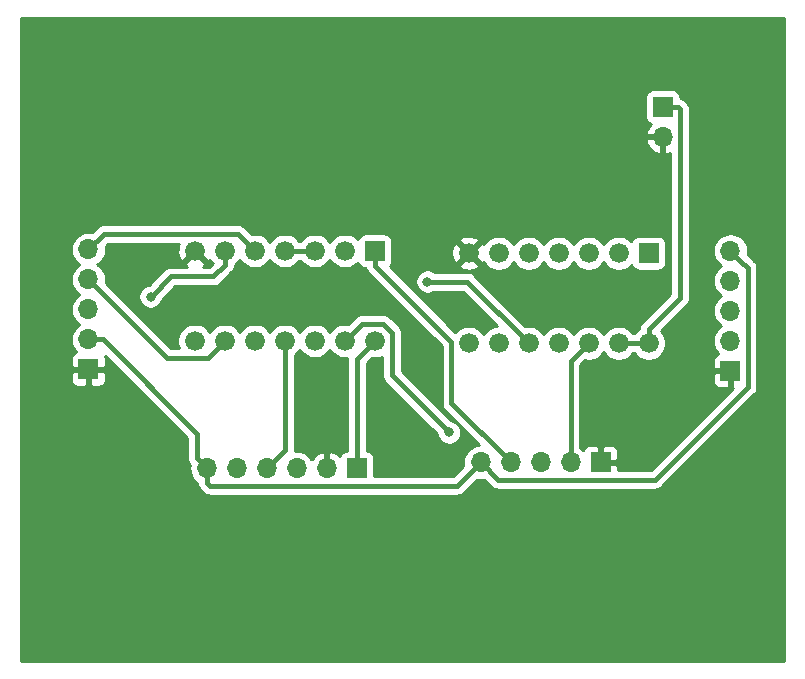
<source format=gbr>
G04 #@! TF.GenerationSoftware,KiCad,Pcbnew,(5.1.0)-1*
G04 #@! TF.CreationDate,2019-05-22T20:45:13-07:00*
G04 #@! TF.ProjectId,CC_Interconnect,43435f49-6e74-4657-9263-6f6e6e656374,rev?*
G04 #@! TF.SameCoordinates,Original*
G04 #@! TF.FileFunction,Copper,L1,Top*
G04 #@! TF.FilePolarity,Positive*
%FSLAX46Y46*%
G04 Gerber Fmt 4.6, Leading zero omitted, Abs format (unit mm)*
G04 Created by KiCad (PCBNEW (5.1.0)-1) date 2019-05-22 20:45:13*
%MOMM*%
%LPD*%
G04 APERTURE LIST*
%ADD10R,1.676400X1.676400*%
%ADD11C,1.676400*%
%ADD12O,1.700000X1.700000*%
%ADD13R,1.700000X1.700000*%
%ADD14C,0.800000*%
%ADD15C,0.406400*%
%ADD16C,0.254000*%
G04 APERTURE END LIST*
D10*
X117030500Y-73787000D03*
D11*
X114490500Y-73787000D03*
X111950500Y-73787000D03*
X109410500Y-73787000D03*
X106870500Y-73787000D03*
X104330500Y-73787000D03*
X101790500Y-73787000D03*
X101790500Y-81407000D03*
X104330500Y-81407000D03*
X106870500Y-81407000D03*
X109410500Y-81407000D03*
X111950500Y-81407000D03*
X114490500Y-81407000D03*
X117030500Y-81407000D03*
X140208000Y-81597500D03*
X137668000Y-81597500D03*
X135128000Y-81597500D03*
X132588000Y-81597500D03*
X130048000Y-81597500D03*
X127508000Y-81597500D03*
X124968000Y-81597500D03*
X124968000Y-73977500D03*
X127508000Y-73977500D03*
X130048000Y-73977500D03*
X132588000Y-73977500D03*
X135128000Y-73977500D03*
X137668000Y-73977500D03*
D10*
X140208000Y-73977500D03*
D12*
X102806500Y-92202000D03*
X105346500Y-92202000D03*
X107886500Y-92202000D03*
X110426500Y-92202000D03*
X112966500Y-92202000D03*
D13*
X115506500Y-92202000D03*
X136144000Y-91694000D03*
D12*
X133604000Y-91694000D03*
X131064000Y-91694000D03*
X128524000Y-91694000D03*
X125984000Y-91694000D03*
D13*
X147129500Y-83947000D03*
D12*
X147129500Y-81407000D03*
X147129500Y-78867000D03*
X147129500Y-76327000D03*
X147129500Y-73787000D03*
X92773500Y-73660000D03*
X92773500Y-76200000D03*
X92773500Y-78740000D03*
X92773500Y-81280000D03*
D13*
X92773500Y-83820000D03*
X141414500Y-61595000D03*
D12*
X141414500Y-64135000D03*
D14*
X123317000Y-89154000D03*
X121475500Y-76390500D03*
X98044000Y-77660500D03*
D15*
X133604000Y-83121500D02*
X135128000Y-81597500D01*
X133604000Y-91694000D02*
X133604000Y-83121500D01*
X118478301Y-84315301D02*
X123317000Y-89154000D01*
X118478301Y-80712055D02*
X118478301Y-84315301D01*
X117725445Y-79959199D02*
X118478301Y-80712055D01*
X114490500Y-81407000D02*
X115938301Y-79959199D01*
X115938301Y-79959199D02*
X117725445Y-79959199D01*
X117030500Y-75031600D02*
X117030500Y-73787000D01*
X123520199Y-81521299D02*
X117030500Y-75031600D01*
X123520199Y-86690199D02*
X123520199Y-81521299D01*
X128524000Y-91694000D02*
X123520199Y-86690199D01*
X93975581Y-81280000D02*
X92773500Y-81280000D01*
X101956501Y-89260920D02*
X93975581Y-81280000D01*
X101956501Y-91352001D02*
X101956501Y-89260920D01*
X102806500Y-92202000D02*
X101956501Y-91352001D01*
X125134001Y-92543999D02*
X125984000Y-91694000D01*
X124016399Y-93661601D02*
X125134001Y-92543999D01*
X103064020Y-93661601D02*
X124016399Y-93661601D01*
X102806500Y-93404081D02*
X103064020Y-93661601D01*
X102806500Y-92202000D02*
X102806500Y-93404081D01*
X147979499Y-74636999D02*
X147129500Y-73787000D01*
X148589101Y-75246601D02*
X147979499Y-74636999D01*
X148589101Y-85284681D02*
X148589101Y-75246601D01*
X140720181Y-93153601D02*
X148589101Y-85284681D01*
X127443601Y-93153601D02*
X140720181Y-93153601D01*
X125984000Y-91694000D02*
X127443601Y-93153601D01*
X106032301Y-72948801D02*
X106870500Y-73787000D01*
X105422699Y-72339199D02*
X106032301Y-72948801D01*
X94094301Y-72339199D02*
X105422699Y-72339199D01*
X92773500Y-73660000D02*
X94094301Y-72339199D01*
X103492301Y-82245199D02*
X104330500Y-81407000D01*
X102882699Y-82854801D02*
X103492301Y-82245199D01*
X99428301Y-82854801D02*
X102882699Y-82854801D01*
X92773500Y-76200000D02*
X99428301Y-82854801D01*
X130048000Y-81597500D02*
X124841000Y-76390500D01*
X124841000Y-76390500D02*
X121475500Y-76390500D01*
X142670900Y-61595000D02*
X141414500Y-61595000D01*
X142874101Y-61798201D02*
X142670900Y-61595000D01*
X142874101Y-77746006D02*
X142874101Y-61798201D01*
X140208000Y-80412107D02*
X142874101Y-77746006D01*
X140208000Y-81597500D02*
X140208000Y-80412107D01*
X115506500Y-82931000D02*
X117030500Y-81407000D01*
X115506500Y-92202000D02*
X115506500Y-82931000D01*
X137668000Y-81597500D02*
X140208000Y-81597500D01*
X111950500Y-73787000D02*
X109410500Y-73787000D01*
X104330500Y-74972393D02*
X103356893Y-75946000D01*
X104330500Y-73787000D02*
X104330500Y-74972393D01*
X103356893Y-75946000D02*
X99758500Y-75946000D01*
X99758500Y-75946000D02*
X98044000Y-77660500D01*
X109410500Y-90678000D02*
X109410500Y-81407000D01*
X107886500Y-92202000D02*
X109410500Y-90678000D01*
D16*
G36*
X151715001Y-108535000D02*
G01*
X87045000Y-108535000D01*
X87045000Y-84670000D01*
X91285428Y-84670000D01*
X91297688Y-84794482D01*
X91333998Y-84914180D01*
X91392963Y-85024494D01*
X91472315Y-85121185D01*
X91569006Y-85200537D01*
X91679320Y-85259502D01*
X91799018Y-85295812D01*
X91923500Y-85308072D01*
X92487750Y-85305000D01*
X92646500Y-85146250D01*
X92646500Y-83947000D01*
X92900500Y-83947000D01*
X92900500Y-85146250D01*
X93059250Y-85305000D01*
X93623500Y-85308072D01*
X93747982Y-85295812D01*
X93867680Y-85259502D01*
X93977994Y-85200537D01*
X94074685Y-85121185D01*
X94154037Y-85024494D01*
X94213002Y-84914180D01*
X94249312Y-84794482D01*
X94261572Y-84670000D01*
X94258500Y-84105750D01*
X94099750Y-83947000D01*
X92900500Y-83947000D01*
X92646500Y-83947000D01*
X91447250Y-83947000D01*
X91288500Y-84105750D01*
X91285428Y-84670000D01*
X87045000Y-84670000D01*
X87045000Y-73660000D01*
X91281315Y-73660000D01*
X91309987Y-73951111D01*
X91394901Y-74231034D01*
X91532794Y-74489014D01*
X91718366Y-74715134D01*
X91944486Y-74900706D01*
X91999291Y-74930000D01*
X91944486Y-74959294D01*
X91718366Y-75144866D01*
X91532794Y-75370986D01*
X91394901Y-75628966D01*
X91309987Y-75908889D01*
X91281315Y-76200000D01*
X91309987Y-76491111D01*
X91394901Y-76771034D01*
X91532794Y-77029014D01*
X91718366Y-77255134D01*
X91944486Y-77440706D01*
X91999291Y-77470000D01*
X91944486Y-77499294D01*
X91718366Y-77684866D01*
X91532794Y-77910986D01*
X91394901Y-78168966D01*
X91309987Y-78448889D01*
X91281315Y-78740000D01*
X91309987Y-79031111D01*
X91394901Y-79311034D01*
X91532794Y-79569014D01*
X91718366Y-79795134D01*
X91944486Y-79980706D01*
X91999291Y-80010000D01*
X91944486Y-80039294D01*
X91718366Y-80224866D01*
X91532794Y-80450986D01*
X91394901Y-80708966D01*
X91309987Y-80988889D01*
X91281315Y-81280000D01*
X91309987Y-81571111D01*
X91394901Y-81851034D01*
X91532794Y-82109014D01*
X91718366Y-82335134D01*
X91748187Y-82359607D01*
X91679320Y-82380498D01*
X91569006Y-82439463D01*
X91472315Y-82518815D01*
X91392963Y-82615506D01*
X91333998Y-82725820D01*
X91297688Y-82845518D01*
X91285428Y-82970000D01*
X91288500Y-83534250D01*
X91447250Y-83693000D01*
X92646500Y-83693000D01*
X92646500Y-83673000D01*
X92900500Y-83673000D01*
X92900500Y-83693000D01*
X94099750Y-83693000D01*
X94258500Y-83534250D01*
X94261572Y-82970000D01*
X94249312Y-82845518D01*
X94213002Y-82725820D01*
X94186584Y-82676396D01*
X101118302Y-89608115D01*
X101118301Y-91310838D01*
X101114247Y-91352001D01*
X101118301Y-91393164D01*
X101118301Y-91393170D01*
X101130430Y-91516316D01*
X101178359Y-91674317D01*
X101256192Y-91819932D01*
X101341685Y-91924106D01*
X101314315Y-92202000D01*
X101342987Y-92493111D01*
X101427901Y-92773034D01*
X101565794Y-93031014D01*
X101751366Y-93257134D01*
X101967220Y-93434281D01*
X101980429Y-93568396D01*
X102028358Y-93726397D01*
X102106191Y-93872012D01*
X102106192Y-93872013D01*
X102210937Y-93999645D01*
X102242913Y-94025887D01*
X102442209Y-94225183D01*
X102468456Y-94257165D01*
X102596088Y-94361910D01*
X102741703Y-94439743D01*
X102899704Y-94487672D01*
X103022850Y-94499801D01*
X103022859Y-94499801D01*
X103064019Y-94503855D01*
X103105179Y-94499801D01*
X123975236Y-94499801D01*
X124016399Y-94503855D01*
X124057562Y-94499801D01*
X124057569Y-94499801D01*
X124180715Y-94487672D01*
X124338716Y-94439743D01*
X124484331Y-94361910D01*
X124611963Y-94257165D01*
X124638210Y-94225183D01*
X125704716Y-93158678D01*
X125911050Y-93179000D01*
X126056950Y-93179000D01*
X126263285Y-93158678D01*
X126821790Y-93717183D01*
X126848037Y-93749165D01*
X126975669Y-93853910D01*
X127121284Y-93931743D01*
X127279285Y-93979672D01*
X127443601Y-93995856D01*
X127484771Y-93991801D01*
X140679018Y-93991801D01*
X140720181Y-93995855D01*
X140761344Y-93991801D01*
X140761351Y-93991801D01*
X140884497Y-93979672D01*
X141042498Y-93931743D01*
X141188113Y-93853910D01*
X141315745Y-93749165D01*
X141341992Y-93717183D01*
X149152690Y-85906486D01*
X149184665Y-85880245D01*
X149289410Y-85752613D01*
X149367243Y-85606998D01*
X149415172Y-85448997D01*
X149427301Y-85325851D01*
X149427301Y-85325842D01*
X149431355Y-85284682D01*
X149427301Y-85243522D01*
X149427301Y-75287760D01*
X149431355Y-75246600D01*
X149427301Y-75205440D01*
X149427301Y-75205431D01*
X149415172Y-75082285D01*
X149367243Y-74924284D01*
X149289410Y-74778669D01*
X149184665Y-74651037D01*
X149152688Y-74624794D01*
X148601311Y-74073418D01*
X148601307Y-74073413D01*
X148594178Y-74066284D01*
X148621685Y-73787000D01*
X148593013Y-73495889D01*
X148508099Y-73215966D01*
X148370206Y-72957986D01*
X148184634Y-72731866D01*
X147958514Y-72546294D01*
X147700534Y-72408401D01*
X147420611Y-72323487D01*
X147202450Y-72302000D01*
X147056550Y-72302000D01*
X146838389Y-72323487D01*
X146558466Y-72408401D01*
X146300486Y-72546294D01*
X146074366Y-72731866D01*
X145888794Y-72957986D01*
X145750901Y-73215966D01*
X145665987Y-73495889D01*
X145637315Y-73787000D01*
X145665987Y-74078111D01*
X145750901Y-74358034D01*
X145888794Y-74616014D01*
X146074366Y-74842134D01*
X146300486Y-75027706D01*
X146355291Y-75057000D01*
X146300486Y-75086294D01*
X146074366Y-75271866D01*
X145888794Y-75497986D01*
X145750901Y-75755966D01*
X145665987Y-76035889D01*
X145637315Y-76327000D01*
X145665987Y-76618111D01*
X145750901Y-76898034D01*
X145888794Y-77156014D01*
X146074366Y-77382134D01*
X146300486Y-77567706D01*
X146355291Y-77597000D01*
X146300486Y-77626294D01*
X146074366Y-77811866D01*
X145888794Y-78037986D01*
X145750901Y-78295966D01*
X145665987Y-78575889D01*
X145637315Y-78867000D01*
X145665987Y-79158111D01*
X145750901Y-79438034D01*
X145888794Y-79696014D01*
X146074366Y-79922134D01*
X146300486Y-80107706D01*
X146355291Y-80137000D01*
X146300486Y-80166294D01*
X146074366Y-80351866D01*
X145888794Y-80577986D01*
X145750901Y-80835966D01*
X145665987Y-81115889D01*
X145637315Y-81407000D01*
X145665987Y-81698111D01*
X145750901Y-81978034D01*
X145888794Y-82236014D01*
X146074366Y-82462134D01*
X146104187Y-82486607D01*
X146035320Y-82507498D01*
X145925006Y-82566463D01*
X145828315Y-82645815D01*
X145748963Y-82742506D01*
X145689998Y-82852820D01*
X145653688Y-82972518D01*
X145641428Y-83097000D01*
X145644500Y-83661250D01*
X145803250Y-83820000D01*
X147002500Y-83820000D01*
X147002500Y-83800000D01*
X147256500Y-83800000D01*
X147256500Y-83820000D01*
X147276500Y-83820000D01*
X147276500Y-84074000D01*
X147256500Y-84074000D01*
X147256500Y-85273250D01*
X147335819Y-85352569D01*
X140372988Y-92315401D01*
X137630827Y-92315401D01*
X137629000Y-91979750D01*
X137470250Y-91821000D01*
X136271000Y-91821000D01*
X136271000Y-91841000D01*
X136017000Y-91841000D01*
X136017000Y-91821000D01*
X135997000Y-91821000D01*
X135997000Y-91567000D01*
X136017000Y-91567000D01*
X136017000Y-90367750D01*
X136271000Y-90367750D01*
X136271000Y-91567000D01*
X137470250Y-91567000D01*
X137629000Y-91408250D01*
X137632072Y-90844000D01*
X137619812Y-90719518D01*
X137583502Y-90599820D01*
X137524537Y-90489506D01*
X137445185Y-90392815D01*
X137348494Y-90313463D01*
X137238180Y-90254498D01*
X137118482Y-90218188D01*
X136994000Y-90205928D01*
X136429750Y-90209000D01*
X136271000Y-90367750D01*
X136017000Y-90367750D01*
X135858250Y-90209000D01*
X135294000Y-90205928D01*
X135169518Y-90218188D01*
X135049820Y-90254498D01*
X134939506Y-90313463D01*
X134842815Y-90392815D01*
X134763463Y-90489506D01*
X134704498Y-90599820D01*
X134683607Y-90668687D01*
X134659134Y-90638866D01*
X134442200Y-90460833D01*
X134442200Y-84797000D01*
X145641428Y-84797000D01*
X145653688Y-84921482D01*
X145689998Y-85041180D01*
X145748963Y-85151494D01*
X145828315Y-85248185D01*
X145925006Y-85327537D01*
X146035320Y-85386502D01*
X146155018Y-85422812D01*
X146279500Y-85435072D01*
X146843750Y-85432000D01*
X147002500Y-85273250D01*
X147002500Y-84074000D01*
X145803250Y-84074000D01*
X145644500Y-84232750D01*
X145641428Y-84797000D01*
X134442200Y-84797000D01*
X134442200Y-83468693D01*
X134863870Y-83047023D01*
X134982902Y-83070700D01*
X135273098Y-83070700D01*
X135557717Y-83014086D01*
X135825822Y-82903033D01*
X136067110Y-82741809D01*
X136272309Y-82536610D01*
X136398000Y-82348501D01*
X136523691Y-82536610D01*
X136728890Y-82741809D01*
X136970178Y-82903033D01*
X137238283Y-83014086D01*
X137522902Y-83070700D01*
X137813098Y-83070700D01*
X138097717Y-83014086D01*
X138365822Y-82903033D01*
X138607110Y-82741809D01*
X138812309Y-82536610D01*
X138879735Y-82435700D01*
X138996265Y-82435700D01*
X139063691Y-82536610D01*
X139268890Y-82741809D01*
X139510178Y-82903033D01*
X139778283Y-83014086D01*
X140062902Y-83070700D01*
X140353098Y-83070700D01*
X140637717Y-83014086D01*
X140905822Y-82903033D01*
X141147110Y-82741809D01*
X141352309Y-82536610D01*
X141513533Y-82295322D01*
X141624586Y-82027217D01*
X141681200Y-81742598D01*
X141681200Y-81452402D01*
X141624586Y-81167783D01*
X141513533Y-80899678D01*
X141352309Y-80658390D01*
X141249710Y-80555791D01*
X143437690Y-78367811D01*
X143469665Y-78341570D01*
X143507092Y-78295966D01*
X143574410Y-78213938D01*
X143598448Y-78168966D01*
X143652243Y-78068323D01*
X143700172Y-77910322D01*
X143712301Y-77787176D01*
X143712301Y-77787167D01*
X143716355Y-77746007D01*
X143712301Y-77704847D01*
X143712301Y-61839364D01*
X143716355Y-61798201D01*
X143712301Y-61757038D01*
X143712301Y-61757031D01*
X143700172Y-61633885D01*
X143652243Y-61475884D01*
X143574410Y-61330269D01*
X143469665Y-61202637D01*
X143437683Y-61176390D01*
X143292711Y-61031418D01*
X143266464Y-60999436D01*
X143138832Y-60894691D01*
X142993217Y-60816858D01*
X142902572Y-60789361D01*
X142902572Y-60745000D01*
X142890312Y-60620518D01*
X142854002Y-60500820D01*
X142795037Y-60390506D01*
X142715685Y-60293815D01*
X142618994Y-60214463D01*
X142508680Y-60155498D01*
X142388982Y-60119188D01*
X142264500Y-60106928D01*
X140564500Y-60106928D01*
X140440018Y-60119188D01*
X140320320Y-60155498D01*
X140210006Y-60214463D01*
X140113315Y-60293815D01*
X140033963Y-60390506D01*
X139974998Y-60500820D01*
X139938688Y-60620518D01*
X139926428Y-60745000D01*
X139926428Y-62445000D01*
X139938688Y-62569482D01*
X139974998Y-62689180D01*
X140033963Y-62799494D01*
X140113315Y-62896185D01*
X140210006Y-62975537D01*
X140320320Y-63034502D01*
X140400966Y-63058966D01*
X140316912Y-63134731D01*
X140142859Y-63368080D01*
X140017675Y-63630901D01*
X139973024Y-63778110D01*
X140094345Y-64008000D01*
X141287500Y-64008000D01*
X141287500Y-63988000D01*
X141541500Y-63988000D01*
X141541500Y-64008000D01*
X141561500Y-64008000D01*
X141561500Y-64262000D01*
X141541500Y-64262000D01*
X141541500Y-65455814D01*
X141771391Y-65576481D01*
X142035902Y-65482651D01*
X142035901Y-77398812D01*
X139644413Y-79790301D01*
X139612437Y-79816543D01*
X139586195Y-79848519D01*
X139586192Y-79848522D01*
X139507691Y-79944176D01*
X139429858Y-80089791D01*
X139381929Y-80247792D01*
X139368238Y-80386809D01*
X139268890Y-80453191D01*
X139063691Y-80658390D01*
X138996265Y-80759300D01*
X138879735Y-80759300D01*
X138812309Y-80658390D01*
X138607110Y-80453191D01*
X138365822Y-80291967D01*
X138097717Y-80180914D01*
X137813098Y-80124300D01*
X137522902Y-80124300D01*
X137238283Y-80180914D01*
X136970178Y-80291967D01*
X136728890Y-80453191D01*
X136523691Y-80658390D01*
X136398000Y-80846499D01*
X136272309Y-80658390D01*
X136067110Y-80453191D01*
X135825822Y-80291967D01*
X135557717Y-80180914D01*
X135273098Y-80124300D01*
X134982902Y-80124300D01*
X134698283Y-80180914D01*
X134430178Y-80291967D01*
X134188890Y-80453191D01*
X133983691Y-80658390D01*
X133858000Y-80846499D01*
X133732309Y-80658390D01*
X133527110Y-80453191D01*
X133285822Y-80291967D01*
X133017717Y-80180914D01*
X132733098Y-80124300D01*
X132442902Y-80124300D01*
X132158283Y-80180914D01*
X131890178Y-80291967D01*
X131648890Y-80453191D01*
X131443691Y-80658390D01*
X131318000Y-80846499D01*
X131192309Y-80658390D01*
X130987110Y-80453191D01*
X130745822Y-80291967D01*
X130477717Y-80180914D01*
X130193098Y-80124300D01*
X129902902Y-80124300D01*
X129783871Y-80147977D01*
X125462811Y-75826918D01*
X125436564Y-75794936D01*
X125308932Y-75690191D01*
X125163317Y-75612358D01*
X125005316Y-75564429D01*
X124882170Y-75552300D01*
X124882163Y-75552300D01*
X124841000Y-75548246D01*
X124799837Y-75552300D01*
X122083996Y-75552300D01*
X121965756Y-75473295D01*
X121777398Y-75395274D01*
X121577439Y-75355500D01*
X121373561Y-75355500D01*
X121173602Y-75395274D01*
X120985244Y-75473295D01*
X120815726Y-75586563D01*
X120671563Y-75730726D01*
X120558295Y-75900244D01*
X120480274Y-76088602D01*
X120440500Y-76288561D01*
X120440500Y-76492439D01*
X120480274Y-76692398D01*
X120558295Y-76880756D01*
X120671563Y-77050274D01*
X120815726Y-77194437D01*
X120985244Y-77307705D01*
X121173602Y-77385726D01*
X121373561Y-77425500D01*
X121577439Y-77425500D01*
X121777398Y-77385726D01*
X121965756Y-77307705D01*
X122083996Y-77228700D01*
X124493807Y-77228700D01*
X127389406Y-80124300D01*
X127362902Y-80124300D01*
X127078283Y-80180914D01*
X126810178Y-80291967D01*
X126568890Y-80453191D01*
X126363691Y-80658390D01*
X126238000Y-80846499D01*
X126112309Y-80658390D01*
X125907110Y-80453191D01*
X125665822Y-80291967D01*
X125397717Y-80180914D01*
X125113098Y-80124300D01*
X124822902Y-80124300D01*
X124538283Y-80180914D01*
X124270178Y-80291967D01*
X124028890Y-80453191D01*
X123833187Y-80648894D01*
X118287366Y-75103073D01*
X118319885Y-75076385D01*
X118384644Y-74997475D01*
X124127630Y-74997475D01*
X124203838Y-75245344D01*
X124465865Y-75370063D01*
X124747189Y-75441268D01*
X125036999Y-75456219D01*
X125324157Y-75414345D01*
X125597628Y-75317254D01*
X125732162Y-75245344D01*
X125808370Y-74997475D01*
X124968000Y-74157105D01*
X124127630Y-74997475D01*
X118384644Y-74997475D01*
X118399237Y-74979694D01*
X118458202Y-74869380D01*
X118494512Y-74749682D01*
X118506772Y-74625200D01*
X118506772Y-74046499D01*
X123489281Y-74046499D01*
X123531155Y-74333657D01*
X123628246Y-74607128D01*
X123700156Y-74741662D01*
X123948025Y-74817870D01*
X124788395Y-73977500D01*
X125147605Y-73977500D01*
X125987975Y-74817870D01*
X126235844Y-74741662D01*
X126240399Y-74732092D01*
X126363691Y-74916610D01*
X126568890Y-75121809D01*
X126810178Y-75283033D01*
X127078283Y-75394086D01*
X127362902Y-75450700D01*
X127653098Y-75450700D01*
X127937717Y-75394086D01*
X128205822Y-75283033D01*
X128447110Y-75121809D01*
X128652309Y-74916610D01*
X128778000Y-74728501D01*
X128903691Y-74916610D01*
X129108890Y-75121809D01*
X129350178Y-75283033D01*
X129618283Y-75394086D01*
X129902902Y-75450700D01*
X130193098Y-75450700D01*
X130477717Y-75394086D01*
X130745822Y-75283033D01*
X130987110Y-75121809D01*
X131192309Y-74916610D01*
X131318000Y-74728501D01*
X131443691Y-74916610D01*
X131648890Y-75121809D01*
X131890178Y-75283033D01*
X132158283Y-75394086D01*
X132442902Y-75450700D01*
X132733098Y-75450700D01*
X133017717Y-75394086D01*
X133285822Y-75283033D01*
X133527110Y-75121809D01*
X133732309Y-74916610D01*
X133858000Y-74728501D01*
X133983691Y-74916610D01*
X134188890Y-75121809D01*
X134430178Y-75283033D01*
X134698283Y-75394086D01*
X134982902Y-75450700D01*
X135273098Y-75450700D01*
X135557717Y-75394086D01*
X135825822Y-75283033D01*
X136067110Y-75121809D01*
X136272309Y-74916610D01*
X136398000Y-74728501D01*
X136523691Y-74916610D01*
X136728890Y-75121809D01*
X136970178Y-75283033D01*
X137238283Y-75394086D01*
X137522902Y-75450700D01*
X137813098Y-75450700D01*
X138097717Y-75394086D01*
X138365822Y-75283033D01*
X138607110Y-75121809D01*
X138754403Y-74974516D01*
X138780298Y-75059880D01*
X138839263Y-75170194D01*
X138918615Y-75266885D01*
X139015306Y-75346237D01*
X139125620Y-75405202D01*
X139245318Y-75441512D01*
X139369800Y-75453772D01*
X141046200Y-75453772D01*
X141170682Y-75441512D01*
X141290380Y-75405202D01*
X141400694Y-75346237D01*
X141497385Y-75266885D01*
X141576737Y-75170194D01*
X141635702Y-75059880D01*
X141672012Y-74940182D01*
X141684272Y-74815700D01*
X141684272Y-73139300D01*
X141672012Y-73014818D01*
X141635702Y-72895120D01*
X141576737Y-72784806D01*
X141497385Y-72688115D01*
X141400694Y-72608763D01*
X141290380Y-72549798D01*
X141170682Y-72513488D01*
X141046200Y-72501228D01*
X139369800Y-72501228D01*
X139245318Y-72513488D01*
X139125620Y-72549798D01*
X139015306Y-72608763D01*
X138918615Y-72688115D01*
X138839263Y-72784806D01*
X138780298Y-72895120D01*
X138754403Y-72980484D01*
X138607110Y-72833191D01*
X138365822Y-72671967D01*
X138097717Y-72560914D01*
X137813098Y-72504300D01*
X137522902Y-72504300D01*
X137238283Y-72560914D01*
X136970178Y-72671967D01*
X136728890Y-72833191D01*
X136523691Y-73038390D01*
X136398000Y-73226499D01*
X136272309Y-73038390D01*
X136067110Y-72833191D01*
X135825822Y-72671967D01*
X135557717Y-72560914D01*
X135273098Y-72504300D01*
X134982902Y-72504300D01*
X134698283Y-72560914D01*
X134430178Y-72671967D01*
X134188890Y-72833191D01*
X133983691Y-73038390D01*
X133858000Y-73226499D01*
X133732309Y-73038390D01*
X133527110Y-72833191D01*
X133285822Y-72671967D01*
X133017717Y-72560914D01*
X132733098Y-72504300D01*
X132442902Y-72504300D01*
X132158283Y-72560914D01*
X131890178Y-72671967D01*
X131648890Y-72833191D01*
X131443691Y-73038390D01*
X131318000Y-73226499D01*
X131192309Y-73038390D01*
X130987110Y-72833191D01*
X130745822Y-72671967D01*
X130477717Y-72560914D01*
X130193098Y-72504300D01*
X129902902Y-72504300D01*
X129618283Y-72560914D01*
X129350178Y-72671967D01*
X129108890Y-72833191D01*
X128903691Y-73038390D01*
X128778000Y-73226499D01*
X128652309Y-73038390D01*
X128447110Y-72833191D01*
X128205822Y-72671967D01*
X127937717Y-72560914D01*
X127653098Y-72504300D01*
X127362902Y-72504300D01*
X127078283Y-72560914D01*
X126810178Y-72671967D01*
X126568890Y-72833191D01*
X126363691Y-73038390D01*
X126240711Y-73222443D01*
X126235844Y-73213338D01*
X125987975Y-73137130D01*
X125147605Y-73977500D01*
X124788395Y-73977500D01*
X123948025Y-73137130D01*
X123700156Y-73213338D01*
X123575437Y-73475365D01*
X123504232Y-73756689D01*
X123489281Y-74046499D01*
X118506772Y-74046499D01*
X118506772Y-72957525D01*
X124127630Y-72957525D01*
X124968000Y-73797895D01*
X125808370Y-72957525D01*
X125732162Y-72709656D01*
X125470135Y-72584937D01*
X125188811Y-72513732D01*
X124899001Y-72498781D01*
X124611843Y-72540655D01*
X124338372Y-72637746D01*
X124203838Y-72709656D01*
X124127630Y-72957525D01*
X118506772Y-72957525D01*
X118506772Y-72948800D01*
X118494512Y-72824318D01*
X118458202Y-72704620D01*
X118399237Y-72594306D01*
X118319885Y-72497615D01*
X118223194Y-72418263D01*
X118112880Y-72359298D01*
X117993182Y-72322988D01*
X117868700Y-72310728D01*
X116192300Y-72310728D01*
X116067818Y-72322988D01*
X115948120Y-72359298D01*
X115837806Y-72418263D01*
X115741115Y-72497615D01*
X115661763Y-72594306D01*
X115602798Y-72704620D01*
X115576903Y-72789984D01*
X115429610Y-72642691D01*
X115188322Y-72481467D01*
X114920217Y-72370414D01*
X114635598Y-72313800D01*
X114345402Y-72313800D01*
X114060783Y-72370414D01*
X113792678Y-72481467D01*
X113551390Y-72642691D01*
X113346191Y-72847890D01*
X113220500Y-73035999D01*
X113094809Y-72847890D01*
X112889610Y-72642691D01*
X112648322Y-72481467D01*
X112380217Y-72370414D01*
X112095598Y-72313800D01*
X111805402Y-72313800D01*
X111520783Y-72370414D01*
X111252678Y-72481467D01*
X111011390Y-72642691D01*
X110806191Y-72847890D01*
X110738765Y-72948800D01*
X110622235Y-72948800D01*
X110554809Y-72847890D01*
X110349610Y-72642691D01*
X110108322Y-72481467D01*
X109840217Y-72370414D01*
X109555598Y-72313800D01*
X109265402Y-72313800D01*
X108980783Y-72370414D01*
X108712678Y-72481467D01*
X108471390Y-72642691D01*
X108266191Y-72847890D01*
X108140500Y-73035999D01*
X108014809Y-72847890D01*
X107809610Y-72642691D01*
X107568322Y-72481467D01*
X107300217Y-72370414D01*
X107015598Y-72313800D01*
X106725402Y-72313800D01*
X106606371Y-72337477D01*
X106044509Y-71775616D01*
X106018263Y-71743635D01*
X105890631Y-71638890D01*
X105745016Y-71561057D01*
X105587015Y-71513128D01*
X105463869Y-71500999D01*
X105463862Y-71500999D01*
X105422699Y-71496945D01*
X105381536Y-71500999D01*
X94135464Y-71500999D01*
X94094301Y-71496945D01*
X94053138Y-71500999D01*
X94053131Y-71500999D01*
X93929985Y-71513128D01*
X93771984Y-71561057D01*
X93626369Y-71638890D01*
X93498737Y-71743635D01*
X93472494Y-71775612D01*
X93052784Y-72195322D01*
X92846450Y-72175000D01*
X92700550Y-72175000D01*
X92482389Y-72196487D01*
X92202466Y-72281401D01*
X91944486Y-72419294D01*
X91718366Y-72604866D01*
X91532794Y-72830986D01*
X91394901Y-73088966D01*
X91309987Y-73368889D01*
X91281315Y-73660000D01*
X87045000Y-73660000D01*
X87045000Y-64491890D01*
X139973024Y-64491890D01*
X140017675Y-64639099D01*
X140142859Y-64901920D01*
X140316912Y-65135269D01*
X140533145Y-65330178D01*
X140783248Y-65479157D01*
X141057609Y-65576481D01*
X141287500Y-65455814D01*
X141287500Y-64262000D01*
X140094345Y-64262000D01*
X139973024Y-64491890D01*
X87045000Y-64491890D01*
X87045000Y-54025000D01*
X151715000Y-54025000D01*
X151715001Y-108535000D01*
X151715001Y-108535000D01*
G37*
X151715001Y-108535000D02*
X87045000Y-108535000D01*
X87045000Y-84670000D01*
X91285428Y-84670000D01*
X91297688Y-84794482D01*
X91333998Y-84914180D01*
X91392963Y-85024494D01*
X91472315Y-85121185D01*
X91569006Y-85200537D01*
X91679320Y-85259502D01*
X91799018Y-85295812D01*
X91923500Y-85308072D01*
X92487750Y-85305000D01*
X92646500Y-85146250D01*
X92646500Y-83947000D01*
X92900500Y-83947000D01*
X92900500Y-85146250D01*
X93059250Y-85305000D01*
X93623500Y-85308072D01*
X93747982Y-85295812D01*
X93867680Y-85259502D01*
X93977994Y-85200537D01*
X94074685Y-85121185D01*
X94154037Y-85024494D01*
X94213002Y-84914180D01*
X94249312Y-84794482D01*
X94261572Y-84670000D01*
X94258500Y-84105750D01*
X94099750Y-83947000D01*
X92900500Y-83947000D01*
X92646500Y-83947000D01*
X91447250Y-83947000D01*
X91288500Y-84105750D01*
X91285428Y-84670000D01*
X87045000Y-84670000D01*
X87045000Y-73660000D01*
X91281315Y-73660000D01*
X91309987Y-73951111D01*
X91394901Y-74231034D01*
X91532794Y-74489014D01*
X91718366Y-74715134D01*
X91944486Y-74900706D01*
X91999291Y-74930000D01*
X91944486Y-74959294D01*
X91718366Y-75144866D01*
X91532794Y-75370986D01*
X91394901Y-75628966D01*
X91309987Y-75908889D01*
X91281315Y-76200000D01*
X91309987Y-76491111D01*
X91394901Y-76771034D01*
X91532794Y-77029014D01*
X91718366Y-77255134D01*
X91944486Y-77440706D01*
X91999291Y-77470000D01*
X91944486Y-77499294D01*
X91718366Y-77684866D01*
X91532794Y-77910986D01*
X91394901Y-78168966D01*
X91309987Y-78448889D01*
X91281315Y-78740000D01*
X91309987Y-79031111D01*
X91394901Y-79311034D01*
X91532794Y-79569014D01*
X91718366Y-79795134D01*
X91944486Y-79980706D01*
X91999291Y-80010000D01*
X91944486Y-80039294D01*
X91718366Y-80224866D01*
X91532794Y-80450986D01*
X91394901Y-80708966D01*
X91309987Y-80988889D01*
X91281315Y-81280000D01*
X91309987Y-81571111D01*
X91394901Y-81851034D01*
X91532794Y-82109014D01*
X91718366Y-82335134D01*
X91748187Y-82359607D01*
X91679320Y-82380498D01*
X91569006Y-82439463D01*
X91472315Y-82518815D01*
X91392963Y-82615506D01*
X91333998Y-82725820D01*
X91297688Y-82845518D01*
X91285428Y-82970000D01*
X91288500Y-83534250D01*
X91447250Y-83693000D01*
X92646500Y-83693000D01*
X92646500Y-83673000D01*
X92900500Y-83673000D01*
X92900500Y-83693000D01*
X94099750Y-83693000D01*
X94258500Y-83534250D01*
X94261572Y-82970000D01*
X94249312Y-82845518D01*
X94213002Y-82725820D01*
X94186584Y-82676396D01*
X101118302Y-89608115D01*
X101118301Y-91310838D01*
X101114247Y-91352001D01*
X101118301Y-91393164D01*
X101118301Y-91393170D01*
X101130430Y-91516316D01*
X101178359Y-91674317D01*
X101256192Y-91819932D01*
X101341685Y-91924106D01*
X101314315Y-92202000D01*
X101342987Y-92493111D01*
X101427901Y-92773034D01*
X101565794Y-93031014D01*
X101751366Y-93257134D01*
X101967220Y-93434281D01*
X101980429Y-93568396D01*
X102028358Y-93726397D01*
X102106191Y-93872012D01*
X102106192Y-93872013D01*
X102210937Y-93999645D01*
X102242913Y-94025887D01*
X102442209Y-94225183D01*
X102468456Y-94257165D01*
X102596088Y-94361910D01*
X102741703Y-94439743D01*
X102899704Y-94487672D01*
X103022850Y-94499801D01*
X103022859Y-94499801D01*
X103064019Y-94503855D01*
X103105179Y-94499801D01*
X123975236Y-94499801D01*
X124016399Y-94503855D01*
X124057562Y-94499801D01*
X124057569Y-94499801D01*
X124180715Y-94487672D01*
X124338716Y-94439743D01*
X124484331Y-94361910D01*
X124611963Y-94257165D01*
X124638210Y-94225183D01*
X125704716Y-93158678D01*
X125911050Y-93179000D01*
X126056950Y-93179000D01*
X126263285Y-93158678D01*
X126821790Y-93717183D01*
X126848037Y-93749165D01*
X126975669Y-93853910D01*
X127121284Y-93931743D01*
X127279285Y-93979672D01*
X127443601Y-93995856D01*
X127484771Y-93991801D01*
X140679018Y-93991801D01*
X140720181Y-93995855D01*
X140761344Y-93991801D01*
X140761351Y-93991801D01*
X140884497Y-93979672D01*
X141042498Y-93931743D01*
X141188113Y-93853910D01*
X141315745Y-93749165D01*
X141341992Y-93717183D01*
X149152690Y-85906486D01*
X149184665Y-85880245D01*
X149289410Y-85752613D01*
X149367243Y-85606998D01*
X149415172Y-85448997D01*
X149427301Y-85325851D01*
X149427301Y-85325842D01*
X149431355Y-85284682D01*
X149427301Y-85243522D01*
X149427301Y-75287760D01*
X149431355Y-75246600D01*
X149427301Y-75205440D01*
X149427301Y-75205431D01*
X149415172Y-75082285D01*
X149367243Y-74924284D01*
X149289410Y-74778669D01*
X149184665Y-74651037D01*
X149152688Y-74624794D01*
X148601311Y-74073418D01*
X148601307Y-74073413D01*
X148594178Y-74066284D01*
X148621685Y-73787000D01*
X148593013Y-73495889D01*
X148508099Y-73215966D01*
X148370206Y-72957986D01*
X148184634Y-72731866D01*
X147958514Y-72546294D01*
X147700534Y-72408401D01*
X147420611Y-72323487D01*
X147202450Y-72302000D01*
X147056550Y-72302000D01*
X146838389Y-72323487D01*
X146558466Y-72408401D01*
X146300486Y-72546294D01*
X146074366Y-72731866D01*
X145888794Y-72957986D01*
X145750901Y-73215966D01*
X145665987Y-73495889D01*
X145637315Y-73787000D01*
X145665987Y-74078111D01*
X145750901Y-74358034D01*
X145888794Y-74616014D01*
X146074366Y-74842134D01*
X146300486Y-75027706D01*
X146355291Y-75057000D01*
X146300486Y-75086294D01*
X146074366Y-75271866D01*
X145888794Y-75497986D01*
X145750901Y-75755966D01*
X145665987Y-76035889D01*
X145637315Y-76327000D01*
X145665987Y-76618111D01*
X145750901Y-76898034D01*
X145888794Y-77156014D01*
X146074366Y-77382134D01*
X146300486Y-77567706D01*
X146355291Y-77597000D01*
X146300486Y-77626294D01*
X146074366Y-77811866D01*
X145888794Y-78037986D01*
X145750901Y-78295966D01*
X145665987Y-78575889D01*
X145637315Y-78867000D01*
X145665987Y-79158111D01*
X145750901Y-79438034D01*
X145888794Y-79696014D01*
X146074366Y-79922134D01*
X146300486Y-80107706D01*
X146355291Y-80137000D01*
X146300486Y-80166294D01*
X146074366Y-80351866D01*
X145888794Y-80577986D01*
X145750901Y-80835966D01*
X145665987Y-81115889D01*
X145637315Y-81407000D01*
X145665987Y-81698111D01*
X145750901Y-81978034D01*
X145888794Y-82236014D01*
X146074366Y-82462134D01*
X146104187Y-82486607D01*
X146035320Y-82507498D01*
X145925006Y-82566463D01*
X145828315Y-82645815D01*
X145748963Y-82742506D01*
X145689998Y-82852820D01*
X145653688Y-82972518D01*
X145641428Y-83097000D01*
X145644500Y-83661250D01*
X145803250Y-83820000D01*
X147002500Y-83820000D01*
X147002500Y-83800000D01*
X147256500Y-83800000D01*
X147256500Y-83820000D01*
X147276500Y-83820000D01*
X147276500Y-84074000D01*
X147256500Y-84074000D01*
X147256500Y-85273250D01*
X147335819Y-85352569D01*
X140372988Y-92315401D01*
X137630827Y-92315401D01*
X137629000Y-91979750D01*
X137470250Y-91821000D01*
X136271000Y-91821000D01*
X136271000Y-91841000D01*
X136017000Y-91841000D01*
X136017000Y-91821000D01*
X135997000Y-91821000D01*
X135997000Y-91567000D01*
X136017000Y-91567000D01*
X136017000Y-90367750D01*
X136271000Y-90367750D01*
X136271000Y-91567000D01*
X137470250Y-91567000D01*
X137629000Y-91408250D01*
X137632072Y-90844000D01*
X137619812Y-90719518D01*
X137583502Y-90599820D01*
X137524537Y-90489506D01*
X137445185Y-90392815D01*
X137348494Y-90313463D01*
X137238180Y-90254498D01*
X137118482Y-90218188D01*
X136994000Y-90205928D01*
X136429750Y-90209000D01*
X136271000Y-90367750D01*
X136017000Y-90367750D01*
X135858250Y-90209000D01*
X135294000Y-90205928D01*
X135169518Y-90218188D01*
X135049820Y-90254498D01*
X134939506Y-90313463D01*
X134842815Y-90392815D01*
X134763463Y-90489506D01*
X134704498Y-90599820D01*
X134683607Y-90668687D01*
X134659134Y-90638866D01*
X134442200Y-90460833D01*
X134442200Y-84797000D01*
X145641428Y-84797000D01*
X145653688Y-84921482D01*
X145689998Y-85041180D01*
X145748963Y-85151494D01*
X145828315Y-85248185D01*
X145925006Y-85327537D01*
X146035320Y-85386502D01*
X146155018Y-85422812D01*
X146279500Y-85435072D01*
X146843750Y-85432000D01*
X147002500Y-85273250D01*
X147002500Y-84074000D01*
X145803250Y-84074000D01*
X145644500Y-84232750D01*
X145641428Y-84797000D01*
X134442200Y-84797000D01*
X134442200Y-83468693D01*
X134863870Y-83047023D01*
X134982902Y-83070700D01*
X135273098Y-83070700D01*
X135557717Y-83014086D01*
X135825822Y-82903033D01*
X136067110Y-82741809D01*
X136272309Y-82536610D01*
X136398000Y-82348501D01*
X136523691Y-82536610D01*
X136728890Y-82741809D01*
X136970178Y-82903033D01*
X137238283Y-83014086D01*
X137522902Y-83070700D01*
X137813098Y-83070700D01*
X138097717Y-83014086D01*
X138365822Y-82903033D01*
X138607110Y-82741809D01*
X138812309Y-82536610D01*
X138879735Y-82435700D01*
X138996265Y-82435700D01*
X139063691Y-82536610D01*
X139268890Y-82741809D01*
X139510178Y-82903033D01*
X139778283Y-83014086D01*
X140062902Y-83070700D01*
X140353098Y-83070700D01*
X140637717Y-83014086D01*
X140905822Y-82903033D01*
X141147110Y-82741809D01*
X141352309Y-82536610D01*
X141513533Y-82295322D01*
X141624586Y-82027217D01*
X141681200Y-81742598D01*
X141681200Y-81452402D01*
X141624586Y-81167783D01*
X141513533Y-80899678D01*
X141352309Y-80658390D01*
X141249710Y-80555791D01*
X143437690Y-78367811D01*
X143469665Y-78341570D01*
X143507092Y-78295966D01*
X143574410Y-78213938D01*
X143598448Y-78168966D01*
X143652243Y-78068323D01*
X143700172Y-77910322D01*
X143712301Y-77787176D01*
X143712301Y-77787167D01*
X143716355Y-77746007D01*
X143712301Y-77704847D01*
X143712301Y-61839364D01*
X143716355Y-61798201D01*
X143712301Y-61757038D01*
X143712301Y-61757031D01*
X143700172Y-61633885D01*
X143652243Y-61475884D01*
X143574410Y-61330269D01*
X143469665Y-61202637D01*
X143437683Y-61176390D01*
X143292711Y-61031418D01*
X143266464Y-60999436D01*
X143138832Y-60894691D01*
X142993217Y-60816858D01*
X142902572Y-60789361D01*
X142902572Y-60745000D01*
X142890312Y-60620518D01*
X142854002Y-60500820D01*
X142795037Y-60390506D01*
X142715685Y-60293815D01*
X142618994Y-60214463D01*
X142508680Y-60155498D01*
X142388982Y-60119188D01*
X142264500Y-60106928D01*
X140564500Y-60106928D01*
X140440018Y-60119188D01*
X140320320Y-60155498D01*
X140210006Y-60214463D01*
X140113315Y-60293815D01*
X140033963Y-60390506D01*
X139974998Y-60500820D01*
X139938688Y-60620518D01*
X139926428Y-60745000D01*
X139926428Y-62445000D01*
X139938688Y-62569482D01*
X139974998Y-62689180D01*
X140033963Y-62799494D01*
X140113315Y-62896185D01*
X140210006Y-62975537D01*
X140320320Y-63034502D01*
X140400966Y-63058966D01*
X140316912Y-63134731D01*
X140142859Y-63368080D01*
X140017675Y-63630901D01*
X139973024Y-63778110D01*
X140094345Y-64008000D01*
X141287500Y-64008000D01*
X141287500Y-63988000D01*
X141541500Y-63988000D01*
X141541500Y-64008000D01*
X141561500Y-64008000D01*
X141561500Y-64262000D01*
X141541500Y-64262000D01*
X141541500Y-65455814D01*
X141771391Y-65576481D01*
X142035902Y-65482651D01*
X142035901Y-77398812D01*
X139644413Y-79790301D01*
X139612437Y-79816543D01*
X139586195Y-79848519D01*
X139586192Y-79848522D01*
X139507691Y-79944176D01*
X139429858Y-80089791D01*
X139381929Y-80247792D01*
X139368238Y-80386809D01*
X139268890Y-80453191D01*
X139063691Y-80658390D01*
X138996265Y-80759300D01*
X138879735Y-80759300D01*
X138812309Y-80658390D01*
X138607110Y-80453191D01*
X138365822Y-80291967D01*
X138097717Y-80180914D01*
X137813098Y-80124300D01*
X137522902Y-80124300D01*
X137238283Y-80180914D01*
X136970178Y-80291967D01*
X136728890Y-80453191D01*
X136523691Y-80658390D01*
X136398000Y-80846499D01*
X136272309Y-80658390D01*
X136067110Y-80453191D01*
X135825822Y-80291967D01*
X135557717Y-80180914D01*
X135273098Y-80124300D01*
X134982902Y-80124300D01*
X134698283Y-80180914D01*
X134430178Y-80291967D01*
X134188890Y-80453191D01*
X133983691Y-80658390D01*
X133858000Y-80846499D01*
X133732309Y-80658390D01*
X133527110Y-80453191D01*
X133285822Y-80291967D01*
X133017717Y-80180914D01*
X132733098Y-80124300D01*
X132442902Y-80124300D01*
X132158283Y-80180914D01*
X131890178Y-80291967D01*
X131648890Y-80453191D01*
X131443691Y-80658390D01*
X131318000Y-80846499D01*
X131192309Y-80658390D01*
X130987110Y-80453191D01*
X130745822Y-80291967D01*
X130477717Y-80180914D01*
X130193098Y-80124300D01*
X129902902Y-80124300D01*
X129783871Y-80147977D01*
X125462811Y-75826918D01*
X125436564Y-75794936D01*
X125308932Y-75690191D01*
X125163317Y-75612358D01*
X125005316Y-75564429D01*
X124882170Y-75552300D01*
X124882163Y-75552300D01*
X124841000Y-75548246D01*
X124799837Y-75552300D01*
X122083996Y-75552300D01*
X121965756Y-75473295D01*
X121777398Y-75395274D01*
X121577439Y-75355500D01*
X121373561Y-75355500D01*
X121173602Y-75395274D01*
X120985244Y-75473295D01*
X120815726Y-75586563D01*
X120671563Y-75730726D01*
X120558295Y-75900244D01*
X120480274Y-76088602D01*
X120440500Y-76288561D01*
X120440500Y-76492439D01*
X120480274Y-76692398D01*
X120558295Y-76880756D01*
X120671563Y-77050274D01*
X120815726Y-77194437D01*
X120985244Y-77307705D01*
X121173602Y-77385726D01*
X121373561Y-77425500D01*
X121577439Y-77425500D01*
X121777398Y-77385726D01*
X121965756Y-77307705D01*
X122083996Y-77228700D01*
X124493807Y-77228700D01*
X127389406Y-80124300D01*
X127362902Y-80124300D01*
X127078283Y-80180914D01*
X126810178Y-80291967D01*
X126568890Y-80453191D01*
X126363691Y-80658390D01*
X126238000Y-80846499D01*
X126112309Y-80658390D01*
X125907110Y-80453191D01*
X125665822Y-80291967D01*
X125397717Y-80180914D01*
X125113098Y-80124300D01*
X124822902Y-80124300D01*
X124538283Y-80180914D01*
X124270178Y-80291967D01*
X124028890Y-80453191D01*
X123833187Y-80648894D01*
X118287366Y-75103073D01*
X118319885Y-75076385D01*
X118384644Y-74997475D01*
X124127630Y-74997475D01*
X124203838Y-75245344D01*
X124465865Y-75370063D01*
X124747189Y-75441268D01*
X125036999Y-75456219D01*
X125324157Y-75414345D01*
X125597628Y-75317254D01*
X125732162Y-75245344D01*
X125808370Y-74997475D01*
X124968000Y-74157105D01*
X124127630Y-74997475D01*
X118384644Y-74997475D01*
X118399237Y-74979694D01*
X118458202Y-74869380D01*
X118494512Y-74749682D01*
X118506772Y-74625200D01*
X118506772Y-74046499D01*
X123489281Y-74046499D01*
X123531155Y-74333657D01*
X123628246Y-74607128D01*
X123700156Y-74741662D01*
X123948025Y-74817870D01*
X124788395Y-73977500D01*
X125147605Y-73977500D01*
X125987975Y-74817870D01*
X126235844Y-74741662D01*
X126240399Y-74732092D01*
X126363691Y-74916610D01*
X126568890Y-75121809D01*
X126810178Y-75283033D01*
X127078283Y-75394086D01*
X127362902Y-75450700D01*
X127653098Y-75450700D01*
X127937717Y-75394086D01*
X128205822Y-75283033D01*
X128447110Y-75121809D01*
X128652309Y-74916610D01*
X128778000Y-74728501D01*
X128903691Y-74916610D01*
X129108890Y-75121809D01*
X129350178Y-75283033D01*
X129618283Y-75394086D01*
X129902902Y-75450700D01*
X130193098Y-75450700D01*
X130477717Y-75394086D01*
X130745822Y-75283033D01*
X130987110Y-75121809D01*
X131192309Y-74916610D01*
X131318000Y-74728501D01*
X131443691Y-74916610D01*
X131648890Y-75121809D01*
X131890178Y-75283033D01*
X132158283Y-75394086D01*
X132442902Y-75450700D01*
X132733098Y-75450700D01*
X133017717Y-75394086D01*
X133285822Y-75283033D01*
X133527110Y-75121809D01*
X133732309Y-74916610D01*
X133858000Y-74728501D01*
X133983691Y-74916610D01*
X134188890Y-75121809D01*
X134430178Y-75283033D01*
X134698283Y-75394086D01*
X134982902Y-75450700D01*
X135273098Y-75450700D01*
X135557717Y-75394086D01*
X135825822Y-75283033D01*
X136067110Y-75121809D01*
X136272309Y-74916610D01*
X136398000Y-74728501D01*
X136523691Y-74916610D01*
X136728890Y-75121809D01*
X136970178Y-75283033D01*
X137238283Y-75394086D01*
X137522902Y-75450700D01*
X137813098Y-75450700D01*
X138097717Y-75394086D01*
X138365822Y-75283033D01*
X138607110Y-75121809D01*
X138754403Y-74974516D01*
X138780298Y-75059880D01*
X138839263Y-75170194D01*
X138918615Y-75266885D01*
X139015306Y-75346237D01*
X139125620Y-75405202D01*
X139245318Y-75441512D01*
X139369800Y-75453772D01*
X141046200Y-75453772D01*
X141170682Y-75441512D01*
X141290380Y-75405202D01*
X141400694Y-75346237D01*
X141497385Y-75266885D01*
X141576737Y-75170194D01*
X141635702Y-75059880D01*
X141672012Y-74940182D01*
X141684272Y-74815700D01*
X141684272Y-73139300D01*
X141672012Y-73014818D01*
X141635702Y-72895120D01*
X141576737Y-72784806D01*
X141497385Y-72688115D01*
X141400694Y-72608763D01*
X141290380Y-72549798D01*
X141170682Y-72513488D01*
X141046200Y-72501228D01*
X139369800Y-72501228D01*
X139245318Y-72513488D01*
X139125620Y-72549798D01*
X139015306Y-72608763D01*
X138918615Y-72688115D01*
X138839263Y-72784806D01*
X138780298Y-72895120D01*
X138754403Y-72980484D01*
X138607110Y-72833191D01*
X138365822Y-72671967D01*
X138097717Y-72560914D01*
X137813098Y-72504300D01*
X137522902Y-72504300D01*
X137238283Y-72560914D01*
X136970178Y-72671967D01*
X136728890Y-72833191D01*
X136523691Y-73038390D01*
X136398000Y-73226499D01*
X136272309Y-73038390D01*
X136067110Y-72833191D01*
X135825822Y-72671967D01*
X135557717Y-72560914D01*
X135273098Y-72504300D01*
X134982902Y-72504300D01*
X134698283Y-72560914D01*
X134430178Y-72671967D01*
X134188890Y-72833191D01*
X133983691Y-73038390D01*
X133858000Y-73226499D01*
X133732309Y-73038390D01*
X133527110Y-72833191D01*
X133285822Y-72671967D01*
X133017717Y-72560914D01*
X132733098Y-72504300D01*
X132442902Y-72504300D01*
X132158283Y-72560914D01*
X131890178Y-72671967D01*
X131648890Y-72833191D01*
X131443691Y-73038390D01*
X131318000Y-73226499D01*
X131192309Y-73038390D01*
X130987110Y-72833191D01*
X130745822Y-72671967D01*
X130477717Y-72560914D01*
X130193098Y-72504300D01*
X129902902Y-72504300D01*
X129618283Y-72560914D01*
X129350178Y-72671967D01*
X129108890Y-72833191D01*
X128903691Y-73038390D01*
X128778000Y-73226499D01*
X128652309Y-73038390D01*
X128447110Y-72833191D01*
X128205822Y-72671967D01*
X127937717Y-72560914D01*
X127653098Y-72504300D01*
X127362902Y-72504300D01*
X127078283Y-72560914D01*
X126810178Y-72671967D01*
X126568890Y-72833191D01*
X126363691Y-73038390D01*
X126240711Y-73222443D01*
X126235844Y-73213338D01*
X125987975Y-73137130D01*
X125147605Y-73977500D01*
X124788395Y-73977500D01*
X123948025Y-73137130D01*
X123700156Y-73213338D01*
X123575437Y-73475365D01*
X123504232Y-73756689D01*
X123489281Y-74046499D01*
X118506772Y-74046499D01*
X118506772Y-72957525D01*
X124127630Y-72957525D01*
X124968000Y-73797895D01*
X125808370Y-72957525D01*
X125732162Y-72709656D01*
X125470135Y-72584937D01*
X125188811Y-72513732D01*
X124899001Y-72498781D01*
X124611843Y-72540655D01*
X124338372Y-72637746D01*
X124203838Y-72709656D01*
X124127630Y-72957525D01*
X118506772Y-72957525D01*
X118506772Y-72948800D01*
X118494512Y-72824318D01*
X118458202Y-72704620D01*
X118399237Y-72594306D01*
X118319885Y-72497615D01*
X118223194Y-72418263D01*
X118112880Y-72359298D01*
X117993182Y-72322988D01*
X117868700Y-72310728D01*
X116192300Y-72310728D01*
X116067818Y-72322988D01*
X115948120Y-72359298D01*
X115837806Y-72418263D01*
X115741115Y-72497615D01*
X115661763Y-72594306D01*
X115602798Y-72704620D01*
X115576903Y-72789984D01*
X115429610Y-72642691D01*
X115188322Y-72481467D01*
X114920217Y-72370414D01*
X114635598Y-72313800D01*
X114345402Y-72313800D01*
X114060783Y-72370414D01*
X113792678Y-72481467D01*
X113551390Y-72642691D01*
X113346191Y-72847890D01*
X113220500Y-73035999D01*
X113094809Y-72847890D01*
X112889610Y-72642691D01*
X112648322Y-72481467D01*
X112380217Y-72370414D01*
X112095598Y-72313800D01*
X111805402Y-72313800D01*
X111520783Y-72370414D01*
X111252678Y-72481467D01*
X111011390Y-72642691D01*
X110806191Y-72847890D01*
X110738765Y-72948800D01*
X110622235Y-72948800D01*
X110554809Y-72847890D01*
X110349610Y-72642691D01*
X110108322Y-72481467D01*
X109840217Y-72370414D01*
X109555598Y-72313800D01*
X109265402Y-72313800D01*
X108980783Y-72370414D01*
X108712678Y-72481467D01*
X108471390Y-72642691D01*
X108266191Y-72847890D01*
X108140500Y-73035999D01*
X108014809Y-72847890D01*
X107809610Y-72642691D01*
X107568322Y-72481467D01*
X107300217Y-72370414D01*
X107015598Y-72313800D01*
X106725402Y-72313800D01*
X106606371Y-72337477D01*
X106044509Y-71775616D01*
X106018263Y-71743635D01*
X105890631Y-71638890D01*
X105745016Y-71561057D01*
X105587015Y-71513128D01*
X105463869Y-71500999D01*
X105463862Y-71500999D01*
X105422699Y-71496945D01*
X105381536Y-71500999D01*
X94135464Y-71500999D01*
X94094301Y-71496945D01*
X94053138Y-71500999D01*
X94053131Y-71500999D01*
X93929985Y-71513128D01*
X93771984Y-71561057D01*
X93626369Y-71638890D01*
X93498737Y-71743635D01*
X93472494Y-71775612D01*
X93052784Y-72195322D01*
X92846450Y-72175000D01*
X92700550Y-72175000D01*
X92482389Y-72196487D01*
X92202466Y-72281401D01*
X91944486Y-72419294D01*
X91718366Y-72604866D01*
X91532794Y-72830986D01*
X91394901Y-73088966D01*
X91309987Y-73368889D01*
X91281315Y-73660000D01*
X87045000Y-73660000D01*
X87045000Y-64491890D01*
X139973024Y-64491890D01*
X140017675Y-64639099D01*
X140142859Y-64901920D01*
X140316912Y-65135269D01*
X140533145Y-65330178D01*
X140783248Y-65479157D01*
X141057609Y-65576481D01*
X141287500Y-65455814D01*
X141287500Y-64262000D01*
X140094345Y-64262000D01*
X139973024Y-64491890D01*
X87045000Y-64491890D01*
X87045000Y-54025000D01*
X151715000Y-54025000D01*
X151715001Y-108535000D01*
G36*
X100397937Y-73284865D02*
G01*
X100326732Y-73566189D01*
X100311781Y-73855999D01*
X100353655Y-74143157D01*
X100450746Y-74416628D01*
X100522656Y-74551162D01*
X100770525Y-74627370D01*
X101610895Y-73787000D01*
X101596753Y-73772858D01*
X101776358Y-73593253D01*
X101790500Y-73607395D01*
X101804643Y-73593253D01*
X101984248Y-73772858D01*
X101970105Y-73787000D01*
X102810475Y-74627370D01*
X103058344Y-74551162D01*
X103062899Y-74541592D01*
X103186191Y-74726110D01*
X103288790Y-74828709D01*
X103009700Y-75107800D01*
X102455588Y-75107800D01*
X102554662Y-75054844D01*
X102630870Y-74806975D01*
X101790500Y-73966605D01*
X100950130Y-74806975D01*
X101026338Y-75054844D01*
X101137595Y-75107800D01*
X99799662Y-75107800D01*
X99758499Y-75103746D01*
X99717336Y-75107800D01*
X99717330Y-75107800D01*
X99594184Y-75119929D01*
X99436183Y-75167858D01*
X99331439Y-75223845D01*
X99290568Y-75245691D01*
X99269146Y-75263272D01*
X99162936Y-75350436D01*
X99136694Y-75382412D01*
X97881576Y-76637531D01*
X97742102Y-76665274D01*
X97553744Y-76743295D01*
X97384226Y-76856563D01*
X97240063Y-77000726D01*
X97126795Y-77170244D01*
X97048774Y-77358602D01*
X97009000Y-77558561D01*
X97009000Y-77762439D01*
X97048774Y-77962398D01*
X97126795Y-78150756D01*
X97240063Y-78320274D01*
X97384226Y-78464437D01*
X97553744Y-78577705D01*
X97742102Y-78655726D01*
X97942061Y-78695500D01*
X98145939Y-78695500D01*
X98345898Y-78655726D01*
X98534256Y-78577705D01*
X98703774Y-78464437D01*
X98847937Y-78320274D01*
X98961205Y-78150756D01*
X99039226Y-77962398D01*
X99066969Y-77822924D01*
X100105694Y-76784200D01*
X103315730Y-76784200D01*
X103356893Y-76788254D01*
X103398056Y-76784200D01*
X103398063Y-76784200D01*
X103521209Y-76772071D01*
X103679210Y-76724142D01*
X103824825Y-76646309D01*
X103952457Y-76541564D01*
X103978704Y-76509582D01*
X104894087Y-75594200D01*
X104926064Y-75567957D01*
X105030809Y-75440325D01*
X105108642Y-75294710D01*
X105156571Y-75136709D01*
X105168700Y-75013563D01*
X105168700Y-75013554D01*
X105170262Y-74997691D01*
X105269610Y-74931309D01*
X105474809Y-74726110D01*
X105600500Y-74538001D01*
X105726191Y-74726110D01*
X105931390Y-74931309D01*
X106172678Y-75092533D01*
X106440783Y-75203586D01*
X106725402Y-75260200D01*
X107015598Y-75260200D01*
X107300217Y-75203586D01*
X107568322Y-75092533D01*
X107809610Y-74931309D01*
X108014809Y-74726110D01*
X108140500Y-74538001D01*
X108266191Y-74726110D01*
X108471390Y-74931309D01*
X108712678Y-75092533D01*
X108980783Y-75203586D01*
X109265402Y-75260200D01*
X109555598Y-75260200D01*
X109840217Y-75203586D01*
X110108322Y-75092533D01*
X110349610Y-74931309D01*
X110554809Y-74726110D01*
X110622235Y-74625200D01*
X110738765Y-74625200D01*
X110806191Y-74726110D01*
X111011390Y-74931309D01*
X111252678Y-75092533D01*
X111520783Y-75203586D01*
X111805402Y-75260200D01*
X112095598Y-75260200D01*
X112380217Y-75203586D01*
X112648322Y-75092533D01*
X112889610Y-74931309D01*
X113094809Y-74726110D01*
X113220500Y-74538001D01*
X113346191Y-74726110D01*
X113551390Y-74931309D01*
X113792678Y-75092533D01*
X114060783Y-75203586D01*
X114345402Y-75260200D01*
X114635598Y-75260200D01*
X114920217Y-75203586D01*
X115188322Y-75092533D01*
X115429610Y-74931309D01*
X115576903Y-74784016D01*
X115602798Y-74869380D01*
X115661763Y-74979694D01*
X115741115Y-75076385D01*
X115837806Y-75155737D01*
X115948120Y-75214702D01*
X116067818Y-75251012D01*
X116192300Y-75263272D01*
X116224861Y-75263272D01*
X116252358Y-75353916D01*
X116330191Y-75499531D01*
X116434936Y-75627164D01*
X116466918Y-75653411D01*
X122682000Y-81868494D01*
X122681999Y-86649036D01*
X122677945Y-86690199D01*
X122681999Y-86731362D01*
X122681999Y-86731368D01*
X122694128Y-86854514D01*
X122742057Y-87012515D01*
X122819890Y-87158130D01*
X122924635Y-87285763D01*
X122956617Y-87312010D01*
X125858757Y-90214150D01*
X125692889Y-90230487D01*
X125412966Y-90315401D01*
X125154986Y-90453294D01*
X124928866Y-90638866D01*
X124743294Y-90864986D01*
X124605401Y-91122966D01*
X124520487Y-91402889D01*
X124491815Y-91694000D01*
X124519322Y-91973284D01*
X123669206Y-92823401D01*
X116994572Y-92823401D01*
X116994572Y-91352000D01*
X116982312Y-91227518D01*
X116946002Y-91107820D01*
X116887037Y-90997506D01*
X116807685Y-90900815D01*
X116710994Y-90821463D01*
X116600680Y-90762498D01*
X116480982Y-90726188D01*
X116356500Y-90713928D01*
X116344700Y-90713928D01*
X116344700Y-83278193D01*
X116766370Y-82856523D01*
X116885402Y-82880200D01*
X117175598Y-82880200D01*
X117460217Y-82823586D01*
X117640102Y-82749075D01*
X117640102Y-84274129D01*
X117636047Y-84315301D01*
X117652230Y-84479616D01*
X117700159Y-84637617D01*
X117777992Y-84783232D01*
X117805500Y-84816750D01*
X117882738Y-84910865D01*
X117914714Y-84937107D01*
X122294031Y-89316425D01*
X122321774Y-89455898D01*
X122399795Y-89644256D01*
X122513063Y-89813774D01*
X122657226Y-89957937D01*
X122826744Y-90071205D01*
X123015102Y-90149226D01*
X123215061Y-90189000D01*
X123418939Y-90189000D01*
X123618898Y-90149226D01*
X123807256Y-90071205D01*
X123976774Y-89957937D01*
X124120937Y-89813774D01*
X124234205Y-89644256D01*
X124312226Y-89455898D01*
X124352000Y-89255939D01*
X124352000Y-89052061D01*
X124312226Y-88852102D01*
X124234205Y-88663744D01*
X124120937Y-88494226D01*
X123976774Y-88350063D01*
X123807256Y-88236795D01*
X123618898Y-88158774D01*
X123479425Y-88131031D01*
X119316501Y-83968108D01*
X119316501Y-80753217D01*
X119320555Y-80712054D01*
X119316501Y-80670891D01*
X119316501Y-80670885D01*
X119304372Y-80547739D01*
X119256443Y-80389738D01*
X119178610Y-80244123D01*
X119126736Y-80180914D01*
X119100109Y-80148469D01*
X119100107Y-80148467D01*
X119073865Y-80116491D01*
X119041889Y-80090250D01*
X118347256Y-79395616D01*
X118321009Y-79363635D01*
X118193377Y-79258890D01*
X118047762Y-79181057D01*
X117889761Y-79133128D01*
X117766615Y-79120999D01*
X117766608Y-79120999D01*
X117725445Y-79116945D01*
X117684282Y-79120999D01*
X115979464Y-79120999D01*
X115938301Y-79116945D01*
X115897138Y-79120999D01*
X115897131Y-79120999D01*
X115773985Y-79133128D01*
X115615984Y-79181057D01*
X115470369Y-79258890D01*
X115342737Y-79363635D01*
X115316495Y-79395612D01*
X114754630Y-79957477D01*
X114635598Y-79933800D01*
X114345402Y-79933800D01*
X114060783Y-79990414D01*
X113792678Y-80101467D01*
X113551390Y-80262691D01*
X113346191Y-80467890D01*
X113220500Y-80655999D01*
X113094809Y-80467890D01*
X112889610Y-80262691D01*
X112648322Y-80101467D01*
X112380217Y-79990414D01*
X112095598Y-79933800D01*
X111805402Y-79933800D01*
X111520783Y-79990414D01*
X111252678Y-80101467D01*
X111011390Y-80262691D01*
X110806191Y-80467890D01*
X110680500Y-80655999D01*
X110554809Y-80467890D01*
X110349610Y-80262691D01*
X110108322Y-80101467D01*
X109840217Y-79990414D01*
X109555598Y-79933800D01*
X109265402Y-79933800D01*
X108980783Y-79990414D01*
X108712678Y-80101467D01*
X108471390Y-80262691D01*
X108266191Y-80467890D01*
X108140500Y-80655999D01*
X108014809Y-80467890D01*
X107809610Y-80262691D01*
X107568322Y-80101467D01*
X107300217Y-79990414D01*
X107015598Y-79933800D01*
X106725402Y-79933800D01*
X106440783Y-79990414D01*
X106172678Y-80101467D01*
X105931390Y-80262691D01*
X105726191Y-80467890D01*
X105600500Y-80655999D01*
X105474809Y-80467890D01*
X105269610Y-80262691D01*
X105028322Y-80101467D01*
X104760217Y-79990414D01*
X104475598Y-79933800D01*
X104185402Y-79933800D01*
X103900783Y-79990414D01*
X103632678Y-80101467D01*
X103391390Y-80262691D01*
X103186191Y-80467890D01*
X103060500Y-80655999D01*
X102934809Y-80467890D01*
X102729610Y-80262691D01*
X102488322Y-80101467D01*
X102220217Y-79990414D01*
X101935598Y-79933800D01*
X101645402Y-79933800D01*
X101360783Y-79990414D01*
X101092678Y-80101467D01*
X100851390Y-80262691D01*
X100646191Y-80467890D01*
X100484967Y-80709178D01*
X100373914Y-80977283D01*
X100317300Y-81261902D01*
X100317300Y-81552098D01*
X100373914Y-81836717D01*
X100448425Y-82016601D01*
X99775495Y-82016601D01*
X94238178Y-76479285D01*
X94265685Y-76200000D01*
X94237013Y-75908889D01*
X94152099Y-75628966D01*
X94014206Y-75370986D01*
X93828634Y-75144866D01*
X93602514Y-74959294D01*
X93547709Y-74930000D01*
X93602514Y-74900706D01*
X93828634Y-74715134D01*
X94014206Y-74489014D01*
X94152099Y-74231034D01*
X94237013Y-73951111D01*
X94265685Y-73660000D01*
X94238178Y-73380716D01*
X94441495Y-73177399D01*
X100449088Y-73177399D01*
X100397937Y-73284865D01*
X100397937Y-73284865D01*
G37*
X100397937Y-73284865D02*
X100326732Y-73566189D01*
X100311781Y-73855999D01*
X100353655Y-74143157D01*
X100450746Y-74416628D01*
X100522656Y-74551162D01*
X100770525Y-74627370D01*
X101610895Y-73787000D01*
X101596753Y-73772858D01*
X101776358Y-73593253D01*
X101790500Y-73607395D01*
X101804643Y-73593253D01*
X101984248Y-73772858D01*
X101970105Y-73787000D01*
X102810475Y-74627370D01*
X103058344Y-74551162D01*
X103062899Y-74541592D01*
X103186191Y-74726110D01*
X103288790Y-74828709D01*
X103009700Y-75107800D01*
X102455588Y-75107800D01*
X102554662Y-75054844D01*
X102630870Y-74806975D01*
X101790500Y-73966605D01*
X100950130Y-74806975D01*
X101026338Y-75054844D01*
X101137595Y-75107800D01*
X99799662Y-75107800D01*
X99758499Y-75103746D01*
X99717336Y-75107800D01*
X99717330Y-75107800D01*
X99594184Y-75119929D01*
X99436183Y-75167858D01*
X99331439Y-75223845D01*
X99290568Y-75245691D01*
X99269146Y-75263272D01*
X99162936Y-75350436D01*
X99136694Y-75382412D01*
X97881576Y-76637531D01*
X97742102Y-76665274D01*
X97553744Y-76743295D01*
X97384226Y-76856563D01*
X97240063Y-77000726D01*
X97126795Y-77170244D01*
X97048774Y-77358602D01*
X97009000Y-77558561D01*
X97009000Y-77762439D01*
X97048774Y-77962398D01*
X97126795Y-78150756D01*
X97240063Y-78320274D01*
X97384226Y-78464437D01*
X97553744Y-78577705D01*
X97742102Y-78655726D01*
X97942061Y-78695500D01*
X98145939Y-78695500D01*
X98345898Y-78655726D01*
X98534256Y-78577705D01*
X98703774Y-78464437D01*
X98847937Y-78320274D01*
X98961205Y-78150756D01*
X99039226Y-77962398D01*
X99066969Y-77822924D01*
X100105694Y-76784200D01*
X103315730Y-76784200D01*
X103356893Y-76788254D01*
X103398056Y-76784200D01*
X103398063Y-76784200D01*
X103521209Y-76772071D01*
X103679210Y-76724142D01*
X103824825Y-76646309D01*
X103952457Y-76541564D01*
X103978704Y-76509582D01*
X104894087Y-75594200D01*
X104926064Y-75567957D01*
X105030809Y-75440325D01*
X105108642Y-75294710D01*
X105156571Y-75136709D01*
X105168700Y-75013563D01*
X105168700Y-75013554D01*
X105170262Y-74997691D01*
X105269610Y-74931309D01*
X105474809Y-74726110D01*
X105600500Y-74538001D01*
X105726191Y-74726110D01*
X105931390Y-74931309D01*
X106172678Y-75092533D01*
X106440783Y-75203586D01*
X106725402Y-75260200D01*
X107015598Y-75260200D01*
X107300217Y-75203586D01*
X107568322Y-75092533D01*
X107809610Y-74931309D01*
X108014809Y-74726110D01*
X108140500Y-74538001D01*
X108266191Y-74726110D01*
X108471390Y-74931309D01*
X108712678Y-75092533D01*
X108980783Y-75203586D01*
X109265402Y-75260200D01*
X109555598Y-75260200D01*
X109840217Y-75203586D01*
X110108322Y-75092533D01*
X110349610Y-74931309D01*
X110554809Y-74726110D01*
X110622235Y-74625200D01*
X110738765Y-74625200D01*
X110806191Y-74726110D01*
X111011390Y-74931309D01*
X111252678Y-75092533D01*
X111520783Y-75203586D01*
X111805402Y-75260200D01*
X112095598Y-75260200D01*
X112380217Y-75203586D01*
X112648322Y-75092533D01*
X112889610Y-74931309D01*
X113094809Y-74726110D01*
X113220500Y-74538001D01*
X113346191Y-74726110D01*
X113551390Y-74931309D01*
X113792678Y-75092533D01*
X114060783Y-75203586D01*
X114345402Y-75260200D01*
X114635598Y-75260200D01*
X114920217Y-75203586D01*
X115188322Y-75092533D01*
X115429610Y-74931309D01*
X115576903Y-74784016D01*
X115602798Y-74869380D01*
X115661763Y-74979694D01*
X115741115Y-75076385D01*
X115837806Y-75155737D01*
X115948120Y-75214702D01*
X116067818Y-75251012D01*
X116192300Y-75263272D01*
X116224861Y-75263272D01*
X116252358Y-75353916D01*
X116330191Y-75499531D01*
X116434936Y-75627164D01*
X116466918Y-75653411D01*
X122682000Y-81868494D01*
X122681999Y-86649036D01*
X122677945Y-86690199D01*
X122681999Y-86731362D01*
X122681999Y-86731368D01*
X122694128Y-86854514D01*
X122742057Y-87012515D01*
X122819890Y-87158130D01*
X122924635Y-87285763D01*
X122956617Y-87312010D01*
X125858757Y-90214150D01*
X125692889Y-90230487D01*
X125412966Y-90315401D01*
X125154986Y-90453294D01*
X124928866Y-90638866D01*
X124743294Y-90864986D01*
X124605401Y-91122966D01*
X124520487Y-91402889D01*
X124491815Y-91694000D01*
X124519322Y-91973284D01*
X123669206Y-92823401D01*
X116994572Y-92823401D01*
X116994572Y-91352000D01*
X116982312Y-91227518D01*
X116946002Y-91107820D01*
X116887037Y-90997506D01*
X116807685Y-90900815D01*
X116710994Y-90821463D01*
X116600680Y-90762498D01*
X116480982Y-90726188D01*
X116356500Y-90713928D01*
X116344700Y-90713928D01*
X116344700Y-83278193D01*
X116766370Y-82856523D01*
X116885402Y-82880200D01*
X117175598Y-82880200D01*
X117460217Y-82823586D01*
X117640102Y-82749075D01*
X117640102Y-84274129D01*
X117636047Y-84315301D01*
X117652230Y-84479616D01*
X117700159Y-84637617D01*
X117777992Y-84783232D01*
X117805500Y-84816750D01*
X117882738Y-84910865D01*
X117914714Y-84937107D01*
X122294031Y-89316425D01*
X122321774Y-89455898D01*
X122399795Y-89644256D01*
X122513063Y-89813774D01*
X122657226Y-89957937D01*
X122826744Y-90071205D01*
X123015102Y-90149226D01*
X123215061Y-90189000D01*
X123418939Y-90189000D01*
X123618898Y-90149226D01*
X123807256Y-90071205D01*
X123976774Y-89957937D01*
X124120937Y-89813774D01*
X124234205Y-89644256D01*
X124312226Y-89455898D01*
X124352000Y-89255939D01*
X124352000Y-89052061D01*
X124312226Y-88852102D01*
X124234205Y-88663744D01*
X124120937Y-88494226D01*
X123976774Y-88350063D01*
X123807256Y-88236795D01*
X123618898Y-88158774D01*
X123479425Y-88131031D01*
X119316501Y-83968108D01*
X119316501Y-80753217D01*
X119320555Y-80712054D01*
X119316501Y-80670891D01*
X119316501Y-80670885D01*
X119304372Y-80547739D01*
X119256443Y-80389738D01*
X119178610Y-80244123D01*
X119126736Y-80180914D01*
X119100109Y-80148469D01*
X119100107Y-80148467D01*
X119073865Y-80116491D01*
X119041889Y-80090250D01*
X118347256Y-79395616D01*
X118321009Y-79363635D01*
X118193377Y-79258890D01*
X118047762Y-79181057D01*
X117889761Y-79133128D01*
X117766615Y-79120999D01*
X117766608Y-79120999D01*
X117725445Y-79116945D01*
X117684282Y-79120999D01*
X115979464Y-79120999D01*
X115938301Y-79116945D01*
X115897138Y-79120999D01*
X115897131Y-79120999D01*
X115773985Y-79133128D01*
X115615984Y-79181057D01*
X115470369Y-79258890D01*
X115342737Y-79363635D01*
X115316495Y-79395612D01*
X114754630Y-79957477D01*
X114635598Y-79933800D01*
X114345402Y-79933800D01*
X114060783Y-79990414D01*
X113792678Y-80101467D01*
X113551390Y-80262691D01*
X113346191Y-80467890D01*
X113220500Y-80655999D01*
X113094809Y-80467890D01*
X112889610Y-80262691D01*
X112648322Y-80101467D01*
X112380217Y-79990414D01*
X112095598Y-79933800D01*
X111805402Y-79933800D01*
X111520783Y-79990414D01*
X111252678Y-80101467D01*
X111011390Y-80262691D01*
X110806191Y-80467890D01*
X110680500Y-80655999D01*
X110554809Y-80467890D01*
X110349610Y-80262691D01*
X110108322Y-80101467D01*
X109840217Y-79990414D01*
X109555598Y-79933800D01*
X109265402Y-79933800D01*
X108980783Y-79990414D01*
X108712678Y-80101467D01*
X108471390Y-80262691D01*
X108266191Y-80467890D01*
X108140500Y-80655999D01*
X108014809Y-80467890D01*
X107809610Y-80262691D01*
X107568322Y-80101467D01*
X107300217Y-79990414D01*
X107015598Y-79933800D01*
X106725402Y-79933800D01*
X106440783Y-79990414D01*
X106172678Y-80101467D01*
X105931390Y-80262691D01*
X105726191Y-80467890D01*
X105600500Y-80655999D01*
X105474809Y-80467890D01*
X105269610Y-80262691D01*
X105028322Y-80101467D01*
X104760217Y-79990414D01*
X104475598Y-79933800D01*
X104185402Y-79933800D01*
X103900783Y-79990414D01*
X103632678Y-80101467D01*
X103391390Y-80262691D01*
X103186191Y-80467890D01*
X103060500Y-80655999D01*
X102934809Y-80467890D01*
X102729610Y-80262691D01*
X102488322Y-80101467D01*
X102220217Y-79990414D01*
X101935598Y-79933800D01*
X101645402Y-79933800D01*
X101360783Y-79990414D01*
X101092678Y-80101467D01*
X100851390Y-80262691D01*
X100646191Y-80467890D01*
X100484967Y-80709178D01*
X100373914Y-80977283D01*
X100317300Y-81261902D01*
X100317300Y-81552098D01*
X100373914Y-81836717D01*
X100448425Y-82016601D01*
X99775495Y-82016601D01*
X94238178Y-76479285D01*
X94265685Y-76200000D01*
X94237013Y-75908889D01*
X94152099Y-75628966D01*
X94014206Y-75370986D01*
X93828634Y-75144866D01*
X93602514Y-74959294D01*
X93547709Y-74930000D01*
X93602514Y-74900706D01*
X93828634Y-74715134D01*
X94014206Y-74489014D01*
X94152099Y-74231034D01*
X94237013Y-73951111D01*
X94265685Y-73660000D01*
X94238178Y-73380716D01*
X94441495Y-73177399D01*
X100449088Y-73177399D01*
X100397937Y-73284865D01*
G36*
X113346191Y-82346110D02*
G01*
X113551390Y-82551309D01*
X113792678Y-82712533D01*
X114060783Y-82823586D01*
X114345402Y-82880200D01*
X114635598Y-82880200D01*
X114669922Y-82873373D01*
X114664246Y-82931000D01*
X114668301Y-82972173D01*
X114668300Y-90713928D01*
X114656500Y-90713928D01*
X114532018Y-90726188D01*
X114412320Y-90762498D01*
X114302006Y-90821463D01*
X114205315Y-90900815D01*
X114125963Y-90997506D01*
X114066998Y-91107820D01*
X114042534Y-91188466D01*
X113966769Y-91104412D01*
X113733420Y-90930359D01*
X113470599Y-90805175D01*
X113323390Y-90760524D01*
X113093500Y-90881845D01*
X113093500Y-92075000D01*
X113113500Y-92075000D01*
X113113500Y-92329000D01*
X113093500Y-92329000D01*
X113093500Y-92349000D01*
X112839500Y-92349000D01*
X112839500Y-92329000D01*
X112819500Y-92329000D01*
X112819500Y-92075000D01*
X112839500Y-92075000D01*
X112839500Y-90881845D01*
X112609610Y-90760524D01*
X112462401Y-90805175D01*
X112199580Y-90930359D01*
X111966231Y-91104412D01*
X111771322Y-91320645D01*
X111701701Y-91437523D01*
X111667206Y-91372986D01*
X111481634Y-91146866D01*
X111255514Y-90961294D01*
X110997534Y-90823401D01*
X110717611Y-90738487D01*
X110499450Y-90717000D01*
X110353550Y-90717000D01*
X110247889Y-90727407D01*
X110248700Y-90719170D01*
X110248700Y-90719161D01*
X110252754Y-90678001D01*
X110248700Y-90636841D01*
X110248700Y-82618735D01*
X110349610Y-82551309D01*
X110554809Y-82346110D01*
X110680500Y-82158001D01*
X110806191Y-82346110D01*
X111011390Y-82551309D01*
X111252678Y-82712533D01*
X111520783Y-82823586D01*
X111805402Y-82880200D01*
X112095598Y-82880200D01*
X112380217Y-82823586D01*
X112648322Y-82712533D01*
X112889610Y-82551309D01*
X113094809Y-82346110D01*
X113220500Y-82158001D01*
X113346191Y-82346110D01*
X113346191Y-82346110D01*
G37*
X113346191Y-82346110D02*
X113551390Y-82551309D01*
X113792678Y-82712533D01*
X114060783Y-82823586D01*
X114345402Y-82880200D01*
X114635598Y-82880200D01*
X114669922Y-82873373D01*
X114664246Y-82931000D01*
X114668301Y-82972173D01*
X114668300Y-90713928D01*
X114656500Y-90713928D01*
X114532018Y-90726188D01*
X114412320Y-90762498D01*
X114302006Y-90821463D01*
X114205315Y-90900815D01*
X114125963Y-90997506D01*
X114066998Y-91107820D01*
X114042534Y-91188466D01*
X113966769Y-91104412D01*
X113733420Y-90930359D01*
X113470599Y-90805175D01*
X113323390Y-90760524D01*
X113093500Y-90881845D01*
X113093500Y-92075000D01*
X113113500Y-92075000D01*
X113113500Y-92329000D01*
X113093500Y-92329000D01*
X113093500Y-92349000D01*
X112839500Y-92349000D01*
X112839500Y-92329000D01*
X112819500Y-92329000D01*
X112819500Y-92075000D01*
X112839500Y-92075000D01*
X112839500Y-90881845D01*
X112609610Y-90760524D01*
X112462401Y-90805175D01*
X112199580Y-90930359D01*
X111966231Y-91104412D01*
X111771322Y-91320645D01*
X111701701Y-91437523D01*
X111667206Y-91372986D01*
X111481634Y-91146866D01*
X111255514Y-90961294D01*
X110997534Y-90823401D01*
X110717611Y-90738487D01*
X110499450Y-90717000D01*
X110353550Y-90717000D01*
X110247889Y-90727407D01*
X110248700Y-90719170D01*
X110248700Y-90719161D01*
X110252754Y-90678001D01*
X110248700Y-90636841D01*
X110248700Y-82618735D01*
X110349610Y-82551309D01*
X110554809Y-82346110D01*
X110680500Y-82158001D01*
X110806191Y-82346110D01*
X111011390Y-82551309D01*
X111252678Y-82712533D01*
X111520783Y-82823586D01*
X111805402Y-82880200D01*
X112095598Y-82880200D01*
X112380217Y-82823586D01*
X112648322Y-82712533D01*
X112889610Y-82551309D01*
X113094809Y-82346110D01*
X113220500Y-82158001D01*
X113346191Y-82346110D01*
M02*

</source>
